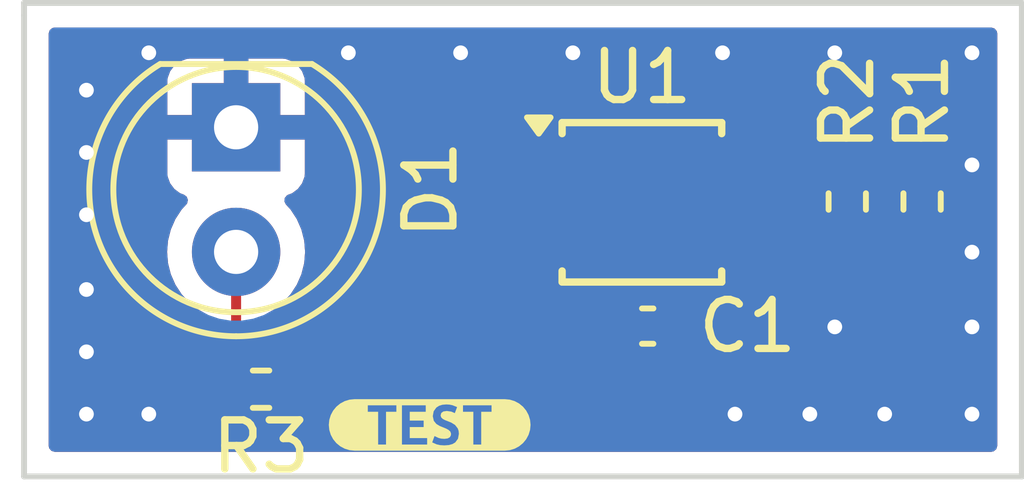
<source format=kicad_pcb>
(kicad_pcb (version 20221018) (generator pcbnew)
  (layers (0 "F.Cu" signal) (31 "B.Cu" signal) (34 "B.Paste" user) (35 "F.Paste" user) (36 "B.SilkS" user "B.Silkscreen") (37 "F.SilkS" user "F.Silkscreen") (38 "B.Mask" user) (39 "F.Mask" user) (44 "Edge.Cuts" user))
  (net 0 "")
  (net 1 "+3V3")
  (net 2 "GND")
  (net 3 "Net-(D1-A)")
  (net 4 "Net-(U1-SCL)")
  (net 5 "Net-(U1-SDA)")
  (footprint "Capacitor_SMD:C_0402_1005Metric_Pad0.74x0.62mm_HandSolder" (layer "F.Cu") (at 142.24 104.886 180)
    (fp_text reference "C1" (at -2.032 0) (layer "F.SilkS"))
    (fp_text value "100n")
    (fp_line (start -0.115835 -0.36) (end 0.115835 -0.36) (layer "F.SilkS") (stroke (width 0.12)))
    (fp_line (start -0.115835 0.36) (end 0.115835 0.36) (layer "F.SilkS") (stroke (width 0.12)))
    (pad "1" smd roundrect (at -0.5675 0 180) (size 0.735 0.62) (layers "F.Cu" "F.Paste" "F.Mask") (net 1 "+3V3"))
    (pad "2" smd roundrect (at 0.5675 0 180) (size 0.735 0.62) (layers "F.Cu" "F.Paste" "F.Mask") (net 2 "GND"))
  )
  (footprint "Resistor_SMD:R_0402_1005Metric_Pad0.72x0.64mm_HandSolder" (layer "F.Cu") (at 134.366 106.172 180)
    (fp_text reference "R3" (at 0 -1.17) (layer "F.SilkS"))
    (fp_text value "1k")
    (fp_line (start -0.167621 -0.38) (end 0.167621 -0.38) (layer "F.SilkS") (stroke (width 0.12)))
    (fp_line (start -0.167621 0.38) (end 0.167621 0.38) (layer "F.SilkS") (stroke (width 0.12)))
    (pad "1" smd roundrect (at -0.5975 0 180) (size 0.715 0.64) (layers "F.Cu" "F.Paste" "F.Mask") (net 1 "+3V3"))
    (pad "2" smd roundrect (at 0.5975 0 180) (size 0.715 0.64) (layers "F.Cu" "F.Paste" "F.Mask") (net 3 "Net-(D1-A)"))
  )
  (footprint "Resistor_SMD:R_0402_1005Metric_Pad0.72x0.64mm_HandSolder" (layer "F.Cu") (at 147.828 102.346 90)
    (fp_text reference "R1" (at 2.032 0 90) (layer "F.SilkS"))
    (fp_text value "4k7")
    (fp_line (start -0.167621 -0.38) (end 0.167621 -0.38) (layer "F.SilkS") (stroke (width 0.12)))
    (fp_line (start -0.167621 0.38) (end 0.167621 0.38) (layer "F.SilkS") (stroke (width 0.12)))
    (pad "1" smd roundrect (at -0.5975 0 90) (size 0.715 0.64) (layers "F.Cu" "F.Paste" "F.Mask") (net 1 "+3V3"))
    (pad "2" smd roundrect (at 0.5975 0 90) (size 0.715 0.64) (layers "F.Cu" "F.Paste" "F.Mask") (net 4 "Net-(U1-SCL)"))
  )
  (footprint "Resistor_SMD:R_0402_1005Metric_Pad0.72x0.64mm_HandSolder" (layer "F.Cu") (at 146.304 102.346 90)
    (fp_text reference "R2" (at 2.032 0 90) (layer "F.SilkS"))
    (fp_text value "4k7")
    (fp_line (start -0.167621 -0.38) (end 0.167621 -0.38) (layer "F.SilkS") (stroke (width 0.12)))
    (fp_line (start -0.167621 0.38) (end 0.167621 0.38) (layer "F.SilkS") (stroke (width 0.12)))
    (pad "1" smd roundrect (at -0.5975 0 90) (size 0.715 0.64) (layers "F.Cu" "F.Paste" "F.Mask") (net 1 "+3V3"))
    (pad "2" smd roundrect (at 0.5975 0 90) (size 0.715 0.64) (layers "F.Cu" "F.Paste" "F.Mask") (net 5 "Net-(U1-SDA)"))
  )
  (footprint "LED_THT:LED_D5.0mm" (layer "F.Cu") (at 133.858 100.833 -90)
    (fp_text reference "D1" (at 1.27 -3.96 90) (layer "F.SilkS"))
    (fp_text value "RED")
    (fp_line (start -1.29 -1.545) (end -1.29 1.545) (layer "F.SilkS") (stroke (width 0.12)))
    (fp_arc (start -1.29 -1.54483) (mid 2.072002 -2.880433) (end 4.26 0.000462) (layer "F.SilkS") (stroke (width 0.12)))
    (fp_arc (start 4.26 -0.000462) (mid 2.072002 2.880433) (end -1.29 1.54483) (layer "F.SilkS") (stroke (width 0.12)))
    (fp_circle (center 1.27 0) (end 3.77 0) (layer "F.SilkS") (stroke (width 0.12)) (fill none))
    (pad "1" thru_hole rect (at 0 0 270) (size 1.8 1.8) (drill 0.9) (layers *.Cu *.Mask) (net 2 "GND"))
    (pad "2" thru_hole circle (at 2.54 0 270) (size 1.8 1.8) (drill 0.9) (layers *.Cu *.Mask) (net 3 "Net-(D1-A)"))
  )
  (footprint "Package_SO:TSSOP-10_3x3mm_P0.5mm" (layer "F.Cu") (at 142.122 102.362)
    (fp_text reference "U1" (at 0 -2.55) (layer "F.SilkS"))
    (fp_text value "ADS1115IDGS")
    (fp_line (start -1.625 -1.625) (end -1.625 -1.4) (layer "F.SilkS") (stroke (width 0.15)))
    (fp_line (start -1.625 -1.625) (end 1.625 -1.625) (layer "F.SilkS") (stroke (width 0.15)))
    (fp_line (start -1.625 1.625) (end -1.625 1.4) (layer "F.SilkS") (stroke (width 0.15)))
    (fp_line (start -1.625 1.625) (end 1.625 1.625) (layer "F.SilkS") (stroke (width 0.15)))
    (fp_line (start 1.625 -1.625) (end 1.625 -1.4) (layer "F.SilkS") (stroke (width 0.15)))
    (fp_line (start 1.625 1.625) (end 1.625 1.4) (layer "F.SilkS") (stroke (width 0.15)))
    (fp_poly (pts (xy -2.1 -1.4) (xy -2.34 -1.73) (xy -1.86 -1.73) (xy -2.1 -1.4)) (layer "F.SilkS") (stroke (width 0.12)) (fill solid))
    (pad "1" smd rect (at -2.15 -1) (size 1.1 0.25) (layers "F.Cu" "F.Paste" "F.Mask"))
    (pad "2" smd rect (at -2.15 -0.5) (size 1.1 0.25) (layers "F.Cu" "F.Paste" "F.Mask"))
    (pad "3" smd rect (at -2.15 0) (size 1.1 0.25) (layers "F.Cu" "F.Paste" "F.Mask") (net 2 "GND"))
    (pad "4" smd rect (at -2.15 0.5) (size 1.1 0.25) (layers "F.Cu" "F.Paste" "F.Mask") (net 2 "GND"))
    (pad "5" smd rect (at -2.15 1) (size 1.1 0.25) (layers "F.Cu" "F.Paste" "F.Mask") (net 2 "GND"))
    (pad "6" smd rect (at 2.15 1) (size 1.1 0.25) (layers "F.Cu" "F.Paste" "F.Mask") (net 2 "GND"))
    (pad "7" smd rect (at 2.15 0.5) (size 1.1 0.25) (layers "F.Cu" "F.Paste" "F.Mask") (net 2 "GND"))
    (pad "8" smd rect (at 2.15 0) (size 1.1 0.25) (layers "F.Cu" "F.Paste" "F.Mask") (net 1 "+3V3"))
    (pad "9" smd rect (at 2.15 -0.5) (size 1.1 0.25) (layers "F.Cu" "F.Paste" "F.Mask") (net 5 "Net-(U1-SDA)"))
    (pad "10" smd rect (at 2.15 -1) (size 1.1 0.25) (layers "F.Cu" "F.Paste" "F.Mask") (net 4 "Net-(U1-SCL)"))
  )
  (gr_line (start 129.54 98.552) (end 129.54 107.95) (layer "Edge.Cuts") (width 0.12))
  (gr_line (start 129.54 98.298) (end 129.54 98.552) (layer "Edge.Cuts") (width 0.12))
  (gr_line (start 149.86 98.298) (end 129.54 98.298) (layer "Edge.Cuts") (width 0.12))
  (gr_line (start 149.86 107.95) (end 149.86 98.298) (layer "Edge.Cuts") (width 0.12))
  (gr_line (start 129.54 107.95) (end 149.86 107.95) (layer "Edge.Cuts") (width 0.12))
  (gr_poly (pts (xy 136.539903 106.374852) (xy 136.270652 106.374852) (xy 136.1682 106.38494200000001) (xy 136.06968600000002 106.414826) (xy 135.97889500000002 106.463355) (xy 135.899316 106.528664) (xy 135.834007 106.608243) (xy 135.785478 106.69903500000001) (xy 135.755594 106.797549) (xy 135.745504 106.9) (xy 135.755594 107.00245100000001) (xy 135.785478 107.100965) (xy 135.834007 107.19175700000001) (xy 135.899316 107.271336) (xy 135.97889500000002 107.336645) (xy 136.06968600000002 107.385174) (xy 136.1682 107.415058) (xy 136.270652 107.42514800000001) (xy 136.539903 107.42514800000001) (xy 136.91082400000002 107.42514800000001) (xy 136.91082400000002 107.300646) (xy 136.75056500000002 107.300646) (xy 136.75056500000002 106.632472) (xy 136.539903 106.632472) (xy 136.539903 106.500646) (xy 137.121486 106.500646) (xy 137.121486 106.632472) (xy 136.91082400000002 106.632472) (xy 136.91082400000002 107.300646) (xy 136.91082400000002 107.42514800000001) (xy 137.235218 107.42514800000001) (xy 137.235218 107.300646) (xy 137.235218 106.500646) (xy 137.719871 106.500646) (xy 137.719871 106.632472) (xy 137.39418400000002 106.632472) (xy 137.39418400000002 106.812116) (xy 137.677221 106.812116) (xy 137.677221 106.943942) (xy 137.39418400000002 106.943942) (xy 137.39418400000002 107.16882100000001) (xy 137.74830400000002 107.16882100000001) (xy 137.74830400000002 107.300646) (xy 137.235218 107.300646) (xy 137.235218 107.42514800000001) (xy 138.099838 107.42514800000001) (xy 138.099838 107.317447) (xy 138.01033900000002 107.312116) (xy 137.940872 107.29612300000001) (xy 137.851696 107.256704) (xy 137.898223 107.127464) (xy 137.981583 107.16623600000001) (xy 138.03538 107.179806) (xy 138.099838 107.18433) (xy 138.16639700000002 107.17592900000001) (xy 138.208401 107.15266600000001) (xy 138.229725 107.11906300000001) (xy 138.235541 107.080937) (xy 138.221325 107.036995) (xy 138.185137 107.002746) (xy 138.13602600000002 106.975606) (xy 138.081745 106.952989) (xy 138.006785 106.923263) (xy 137.936349 106.88061400000001) (xy 137.884006 106.81664) (xy 137.86332800000002 106.721648) (xy 137.881583 106.621486) (xy 137.936349 106.54588000000001) (xy 137.99113300000002 106.510698) (xy 138.058122 106.48958900000001) (xy 138.13731800000002 106.48255300000001) (xy 138.2063 106.48675300000001) (xy 138.265913 106.49935400000001) (xy 138.35832000000002 106.536834) (xy 138.31179300000002 106.65961200000001) (xy 138.24006500000002 106.628595) (xy 138.14895 106.61567000000001) (xy 138.078586 106.625866) (xy 138.036367 106.656453) (xy 138.02229400000002 106.707431) (xy 138.03521800000001 106.748142) (xy 138.068174 106.77916) (xy 138.11340900000002 106.80306900000001) (xy 138.16316600000002 106.822456) (xy 138.24135700000002 106.85412000000001) (xy 138.316317 106.90064600000001) (xy 138.37253600000003 106.973021) (xy 138.389015 107.02197100000001) (xy 138.394507 107.08222900000001) (xy 138.37625200000002 107.18190600000001) (xy 138.32148600000002 107.25605800000001) (xy 138.264405 107.290163) (xy 138.19052200000002 107.310626) (xy 138.099838 107.317447) (xy 138.099838 107.42514800000001) (xy 138.849435 107.42514800000001) (xy 138.849435 107.300646) (xy 138.689176 107.300646) (xy 138.689176 106.632472) (xy 138.47851400000002 106.632472) (xy 138.47851400000002 106.500646) (xy 139.060097 106.500646) (xy 139.060097 106.632472) (xy 138.849435 106.632472) (xy 138.849435 107.300646) (xy 138.849435 107.42514800000001) (xy 139.060097 107.42514800000001) (xy 139.329348 107.42514800000001) (xy 139.4318 107.415058) (xy 139.530314 107.385174) (xy 139.621105 107.336645) (xy 139.70068400000002 107.271336) (xy 139.765993 107.19175700000001) (xy 139.814522 107.100965) (xy 139.84440600000002 107.00245100000001) (xy 139.854496 106.9) (xy 139.84440600000002 106.797549) (xy 139.814522 106.69903500000001) (xy 139.765993 106.608243) (xy 139.70068400000002 106.528664) (xy 139.621105 106.463355) (xy 139.530314 106.414826) (xy 139.4318 106.38494200000001) (xy 139.329348 106.374852) (xy 139.060097 106.374852) (xy 136.539903 106.374852)) (layer "F.SilkS") (width 0) (fill solid))
  (segment (start 140.462 106.426) (end 142.494 106.426) (width 0.2032) (layer "F.Cu") (net 1))
  (segment (start 142.8075 106.1125) (end 142.8075 104.886) (width 0.2032) (layer "F.Cu") (net 1))
  (segment (start 145.05 102.362) (end 144.272 102.362) (width 0.2032) (layer "F.Cu") (net 1))
  (segment (start 142.8075 104.886) (end 142.8075 103.0483) (width 0.2032) (layer "F.Cu") (net 1))
  (segment (start 142.494 106.426) (end 142.8075 106.1125) (width 0.2032) (layer "F.Cu") (net 1))
  (segment (start 143.4938 102.362) (end 144.272 102.362) (width 0.2032) (layer "F.Cu") (net 1))
  (segment (start 146.304 102.9435) (end 145.6315 102.9435) (width 0.2032) (layer "F.Cu") (net 1))
  (segment (start 140.208 106.172) (end 140.462 106.426) (width 0.2032) (layer "F.Cu") (net 1))
  (segment (start 134.9635 106.172) (end 140.208 106.172) (width 0.2032) (layer "F.Cu") (net 1))
  (segment (start 145.6315 102.9435) (end 145.05 102.362) (width 0.2032) (layer "F.Cu") (net 1))
  (segment (start 142.8075 103.0483) (end 143.4938 102.362) (width 0.2032) (layer "F.Cu") (net 1))
  (segment (start 147.828 102.9435) (end 146.304 102.9435) (width 0.2032) (layer "F.Cu") (net 1))
  (via (at 148.844 104.902) (size 0.6) (drill 0.3) (layers "F.Cu" "B.Cu") (net 2))
  (via (at 136.144 99.314) (size 0.6) (drill 0.3) (layers "F.Cu" "B.Cu") (net 2))
  (via (at 147.066 106.68) (size 0.6) (drill 0.3) (layers "F.Cu" "B.Cu") (net 2))
  (via (at 148.844 99.314) (size 0.6) (drill 0.3) (layers "F.Cu" "B.Cu") (net 2))
  (via (at 143.764 99.314) (size 0.6) (drill 0.3) (layers "F.Cu" "B.Cu") (net 2))
  (via (at 130.81 106.68) (size 0.6) (drill 0.3) (layers "F.Cu" "B.Cu") (net 2))
  (via (at 132.08 99.314) (size 0.6) (drill 0.3) (layers "F.Cu" "B.Cu") (net 2))
  (via (at 146.05 99.314) (size 0.6) (drill 0.3) (layers "F.Cu" "B.Cu") (net 2))
  (via (at 146.05 104.902) (size 0.6) (drill 0.3) (layers "F.Cu" "B.Cu") (net 2))
  (via (at 130.81 105.41) (size 0.6) (drill 0.3) (layers "F.Cu" "B.Cu") (net 2))
  (via (at 148.844 106.68) (size 0.6) (drill 0.3) (layers "F.Cu" "B.Cu") (net 2))
  (via (at 130.81 104.14) (size 0.6) (drill 0.3) (layers "F.Cu" "B.Cu") (net 2))
  (via (at 144.018 106.68) (size 0.6) (drill 0.3) (layers "F.Cu" "B.Cu") (net 2))
  (via (at 130.81 100.076) (size 0.6) (drill 0.3) (layers "F.Cu" "B.Cu") (net 2))
  (via (at 148.844 101.6) (size 0.6) (drill 0.3) (layers "F.Cu" "B.Cu") (net 2))
  (via (at 140.716 99.314) (size 0.6) (drill 0.3) (layers "F.Cu" "B.Cu") (net 2))
  (via (at 145.542 106.68) (size 0.6) (drill 0.3) (layers "F.Cu" "B.Cu") (net 2))
  (via (at 130.81 102.616) (size 0.6) (drill 0.3) (layers "F.Cu" "B.Cu") (net 2))
  (via (at 138.43 99.314) (size 0.6) (drill 0.3) (layers "F.Cu" "B.Cu") (net 2))
  (via (at 148.844 103.378) (size 0.6) (drill 0.3) (layers "F.Cu" "B.Cu") (net 2))
  (via (at 130.81 101.346) (size 0.6) (drill 0.3) (layers "F.Cu" "B.Cu") (net 2))
  (via (at 132.08 106.68) (size 0.6) (drill 0.3) (layers "F.Cu" "B.Cu") (net 2))
  (segment (start 133.858 106.0825) (end 133.858 103.373) (width 0.2032) (layer "F.Cu") (net 3))
  (segment (start 133.7685 106.172) (end 133.858 106.0825) (width 0.2032) (layer "F.Cu") (net 3))
  (segment (start 145.51 101.362) (end 144.272 101.362) (width 0.2032) (layer "F.Cu") (net 4))
  (segment (start 146.05 100.822) (end 145.51 101.362) (width 0.2032) (layer "F.Cu") (net 4))
  (segment (start 147.32 100.822) (end 146.05 100.822) (width 0.2032) (layer "F.Cu") (net 4))
  (segment (start 147.828 101.33) (end 147.32 100.822) (width 0.2032) (layer "F.Cu") (net 4))
  (segment (start 147.828 101.7485) (end 147.828 101.33) (width 0.2032) (layer "F.Cu") (net 4))
  (segment (start 144.272 101.862) (end 146.1905 101.862) (width 0.2032) (layer "F.Cu") (net 5))
  (segment (start 146.1905 101.862) (end 146.304 101.7485) (width 0.2032) (layer "F.Cu") (net 5))
  (zone (net 2) (net_name "GND") (layers "F&B.Cu") (connect_pads (clearance 0.5)) (min_thickness 0.25) (fill yes (thermal_gap 0.5) (thermal_bridge_width 0.5))
    (polygon (pts (xy 129.54 107.95) (xy 149.86 107.95) (xy 149.86 98.298) (xy 129.54 98.298)))
  )
)
</source>
